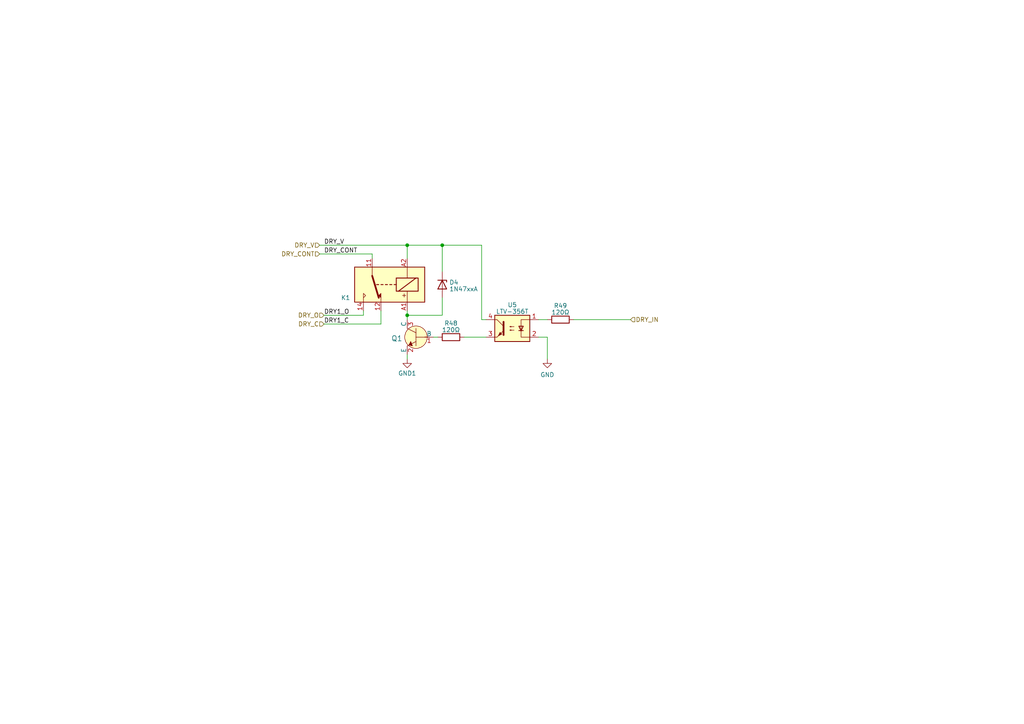
<source format=kicad_sch>
(kicad_sch (version 20250114) (generator "eeschema") (generator_version "9.0")
  (paper "A4")
  (lib_symbols
    (symbol "120Ω_2" (pin_numbers (hide yes)) (pin_names (offset 0))
      (property "Reference" "R" (at 3.81 1.27 0))
      (property "Value" "120Ω" (at 5.08 -1.27 0))
      (symbol "120Ω_2_0_1"
        (rectangle (start -1.016 -2.54) (end 1.016 2.54) (stroke (width 0.254)))
      )
      (symbol "120Ω_2_1_1"
        (pin passive line (at 0 3.81 270) (length 1.27) (name "~") (number "1"))
        (pin passive line (at 0 -3.81 90) (length 1.27) (name "~") (number "2"))
      )
    )
    (symbol "Diodes:1N47xxA" (pin_numbers (hide yes)) (pin_names (offset 1.016) (hide yes))
      (property "Reference" "D" (at 0 2.54 0))
      (property "Value" "1N47xxA" (at 0 -2.54 0))
      (symbol "1N47xxA_0_1"
        (polyline (pts (xy -1.27 -1.27) (xy -1.27 1.27) (xy -0.762 1.27)) (stroke (width 0.254)))
        (polyline (pts (xy 1.27 0) (xy -1.27 0)))
        (polyline (pts (xy 1.27 -1.27) (xy 1.27 1.27) (xy -1.27 0) (xy 1.27 -1.27)) (stroke (width 0.254)))
      )
      (symbol "1N47xxA_1_1"
        (pin passive line (at -3.81 0 0) (length 2.54) (name "K") (number "1"))
        (pin passive line (at 3.81 0 180) (length 2.54) (name "A") (number "2"))
      )
    )
    (symbol "Electromechanical:RZH3-1C4-D012"
      (property "Reference" "K" (at 11.176 6.858 0))
      (symbol "RZH3-1C4-D012_0_0"
        (polyline (pts (xy 7.62 5.08) (xy 7.62 2.54) (xy 6.985 3.175) (xy 7.62 3.81)))
        (text "+" (at -4.191 3.048 0) (effects (font (size 1.27 1.27))))
      )
      (symbol "RZH3-1C4-D012_0_1"
        (rectangle (start -10.16 5.08) (end 10.16 -5.08) (stroke (width 0.254)) (fill (type background)))
        (rectangle (start -8.255 1.905) (end -1.905 -1.905) (stroke (width 0.254)))
        (polyline (pts (xy -7.62 -1.905) (xy -2.54 1.905)) (stroke (width 0.254)))
        (polyline (pts (xy -5.08 5.08) (xy -5.08 1.905)))
        (polyline (pts (xy -5.08 -5.08) (xy -5.08 -1.905)))
        (polyline (pts (xy -1.905 0) (xy -1.27 0)) (stroke (width 0.254)))
        (polyline (pts (xy -0.635 0) (xy 0 0)) (stroke (width 0.254)))
        (polyline (pts (xy 0.635 0) (xy 1.27 0)) (stroke (width 0.254)))
        (polyline (pts (xy 1.905 0) (xy 2.54 0)) (stroke (width 0.254)))
        (polyline (pts (xy 2.54 5.08) (xy 2.54 2.54) (xy 3.175 3.175) (xy 2.54 3.81)) (fill (type outline)))
        (polyline (pts (xy 3.175 0) (xy 3.81 0)) (stroke (width 0.254)))
        (polyline (pts (xy 5.08 -2.54) (xy 3.175 3.81)) (stroke (width 0.508)))
        (polyline (pts (xy 5.08 -2.54) (xy 5.08 -5.08)))
      )
      (symbol "RZH3-1C4-D012_1_1"
        (pin passive line (at -5.08 7.62 270) (length 2.54) (name "~") (number "A1"))
        (pin passive line (at -5.08 -7.62 90) (length 2.54) (name "~") (number "A2"))
        (pin passive line (at 2.54 7.62 270) (length 2.54) (name "~") (number "12"))
        (pin passive line (at 5.08 -7.62 90) (length 2.54) (name "~") (number "11"))
        (pin passive line (at 7.62 7.62 270) (length 2.54) (name "~") (number "14"))
      )
    )
    (symbol "Isolator:LTV-356T" (pin_names (offset 1.016))
      (property "Reference" "U" (at -5.334 4.826 0))
      (property "Value" "LTV-356T" (at 0 5.08 0))
      (symbol "LTV-356T_0_1"
        (rectangle (start -5.08 3.81) (end 5.08 -3.81) (stroke (width 0.254)) (fill (type background)))
        (polyline (pts (xy -5.08 2.54) (xy -2.54 2.54) (xy -2.54 -0.762)))
        (polyline (pts (xy -3.175 -0.635) (xy -1.905 -0.635)) (stroke (width 0.254)))
        (polyline (pts (xy -2.54 -0.635) (xy -2.54 -2.54) (xy -5.08 -2.54)))
        (polyline (pts (xy -2.54 -0.635) (xy -3.175 0.635) (xy -1.905 0.635) (xy -2.54 -0.635)) (stroke (width 0.254)))
        (polyline (pts (xy -0.508 0.508) (xy 0.762 0.508) (xy 0.381 0.381) (xy 0.381 0.635) (xy 0.762 0.508)))
        (polyline (pts (xy -0.508 -0.508) (xy 0.762 -0.508) (xy 0.381 -0.635) (xy 0.381 -0.381) (xy 0.762 -0.508)))
        (polyline (pts (xy 2.54 1.905) (xy 2.54 -1.905) (xy 2.54 -1.905)) (stroke (width 0.508)))
        (polyline (pts (xy 2.54 0.635) (xy 4.445 2.54)))
        (polyline (pts (xy 3.048 -1.651) (xy 3.556 -1.143) (xy 4.064 -2.159) (xy 3.048 -1.651) (xy 3.048 -1.651)) (fill (type outline)))
        (polyline (pts (xy 4.445 2.54) (xy 5.08 2.54)))
        (polyline (pts (xy 4.445 -2.54) (xy 2.54 -0.635)) (fill (type outline)))
        (polyline (pts (xy 4.445 -2.54) (xy 5.08 -2.54)))
      )
      (symbol "LTV-356T_1_1"
        (pin passive line (at -7.62 2.54 0) (length 2.54) (name "~") (number "1"))
        (pin passive line (at -7.62 -2.54 0) (length 2.54) (name "~") (number "2"))
        (pin passive line (at 7.62 2.54 180) (length 2.54) (name "~") (number "4"))
        (pin passive line (at 7.62 -2.54 180) (length 2.54) (name "~") (number "3"))
      )
    )
    (symbol "Transistors_BJT:MMSS8050-H-TP" (pin_names (offset 0))
      (property "Reference" "Q" (at -3.2004 4.2164 0))
      (property "Value" "MMSS8050-H-TP" (at 5.2324 0 90))
      (symbol "MMSS8050-H-TP_0_1"
        (polyline (pts (xy -3.81 0) (xy -2.54 0)))
        (polyline (pts (xy -3.556 0) (xy 0 0)))
        (polyline (pts (xy 0 2.54) (xy 0 -2.54)))
        (polyline (pts (xy 0 1.27) (xy 2.54 2.54)))
        (circle (center 0 0) (radius 3.2512) (fill (type background)))
        (polyline (pts (xy 0 -1.27) (xy 2.54 -2.54)))
        (polyline (pts (xy 1.524 -1.27) (xy 2.032 -2.286) (xy 1.016 -2.54) (xy 1.524 -1.27)) (fill (type outline)))
      )
      (symbol "MMSS8050-H-TP_1_1"
        (pin input line (at -5.08 0 0) (length 2.54) (name "B") (number "1"))
        (pin passive line (at 2.54 5.08 270) (length 2.54) (name "C") (number "3"))
        (pin passive line (at 2.54 -5.08 90) (length 2.54) (name "E") (number "2"))
      )
    )
    (symbol "power:GND" (power) (pin_names (offset 0))
      (property "Value" "GND" (at 0 -3.81 0))
      (symbol "GND_0_1"
        (polyline (pts (xy 0 0) (xy 0 -1.27) (xy 1.27 -1.27) (xy 0 -2.54) (xy -1.27 -1.27) (xy 0 -1.27)))
      )
      (symbol "GND_1_1"
        (pin power_in line (at 0 0 270) (length 0) (hide yes) (name "GND") (number "1"))
      )
    )
    (symbol "power:GND1" (power) (pin_names (offset 0))
      (property "Value" "GND1" (at 0 -3.81 0))
      (symbol "GND1_0_1"
        (polyline (pts (xy 0 0) (xy 0 -1.27) (xy 1.27 -1.27) (xy 0 -2.54) (xy -1.27 -1.27) (xy 0 -1.27)))
      )
      (symbol "GND1_1_1"
        (pin power_in line (at 0 0 270) (length 0) (hide yes) (name "GND1") (number "1"))
      )
    )
  )
  (junction (at 118.11 71.12))
  (junction (at 118.11 91.44))
  (junction (at 128.27 71.12))
  (wire (pts (xy 93.98 91.44) (xy 105.41 91.44)))
  (wire (pts (xy 118.11 91.44) (xy 118.11 92.71)))
  (wire (pts (xy 128.27 91.44) (xy 128.27 86.36)))
  (wire (pts (xy 128.27 71.12) (xy 128.27 78.74)))
  (wire (pts (xy 139.7 92.71) (xy 139.7 71.12)))
  (wire (pts (xy 118.11 71.12) (xy 118.11 74.93)))
  (wire (pts (xy 105.41 91.44) (xy 105.41 90.17)))
  (wire (pts (xy 118.11 71.12) (xy 128.27 71.12)))
  (wire (pts (xy 92.71 73.66) (xy 107.95 73.66)))
  (wire (pts (xy 166.37 92.71) (xy 182.88 92.71)))
  (wire (pts (xy 118.11 102.87) (xy 118.11 104.14)))
  (wire (pts (xy 92.71 71.12) (xy 118.11 71.12)))
  (wire (pts (xy 118.11 90.17) (xy 118.11 91.44)))
  (wire (pts (xy 93.98 93.98) (xy 110.49 93.98)))
  (wire (pts (xy 134.62 97.79) (xy 140.97 97.79)))
  (wire (pts (xy 156.21 92.71) (xy 158.75 92.71)))
  (wire (pts (xy 125.73 97.79) (xy 127 97.79)))
  (wire (pts (xy 110.49 90.17) (xy 110.49 93.98)))
  (wire (pts (xy 156.21 97.79) (xy 158.75 97.79)))
  (wire (pts (xy 139.7 92.71) (xy 140.97 92.71)))
  (wire (pts (xy 128.27 71.12) (xy 139.7 71.12)))
  (wire (pts (xy 158.75 97.79) (xy 158.75 104.14)))
  (wire (pts (xy 118.11 91.44) (xy 128.27 91.44)))
  (wire (pts (xy 107.95 74.93) (xy 107.95 73.66)))
  (label "DRY_CONT" (at 93.98 73.66 0))
  (label "DRY_V" (at 93.98 71.12 0))
  (label "DRY1_C" (at 93.98 93.98 0))
  (label "DRY1_O" (at 93.98 91.44 0))
  (hierarchical_label "DRY_V" (shape input) (at 92.71 71.12 180))
  (hierarchical_label "DRY_O" (shape input) (at 93.98 91.44 180))
  (hierarchical_label "DRY_IN" (shape input) (at 182.88 92.71 0))
  (hierarchical_label "DRY_CONT" (shape input) (at 92.71 73.66 180))
  (hierarchical_label "DRY_C" (shape input) (at 93.98 93.98 180))
  (symbol (lib_name "120Ω_2") (lib_id "Resistor_0603:120Ω") (at 162.56 92.71 90) (unit 1)
    (property "Reference" "R49" (at 162.56 88.6841 90))
    (property "Value" "120Ω" (at 162.56 90.6051 90))
    (property "Footprint" "Resistor_SMD:R_0603_1608Metric" (effects (hide yes)))
    (property "Datasheet" "https://www.mouser.be/datasheet/2/54/crxxxxx-1858361.pdf" (effects (hide yes)))
    (property "Description" "Thick Film Resistors - SMD 1/10Watt 470ohms 5% Commercial Use" (effects (hide yes)))
    (property "Manufacturer" "Bourns" (effects (hide yes)))
    (property "MPN" "CR0603-FX-1200ELF" (effects (hide yes)))
    (property "Supplier" "Mouser" (effects (hide yes)))
    (property "Supplier Nr." "652-CR0603FX-1200ELF" (effects (hide yes)))
    (property "Power" "100mW" (effects (hide yes)))
    (property "Tolerance" "5%" (effects (hide yes)))
    (property "Price" "0.025" (effects (hide yes)))
    (instances (project "WattWell-Controller" (path "" (reference "R49") (unit 1)) (path "" (reference "R51") (unit 1)) (path "" (reference "R53") (unit 1)) (path "" (reference "R55") (unit 1))))
  )
  (symbol (lib_id "Diodes:1N47xxA") (at 128.27 82.55 270) (unit 1)
    (property "Reference" "D4" (at 130.302 81.9063 90) (effects (justify left)))
    (property "Value" "1N47xxA" (at 130.302 83.8273 90) (effects (justify left)))
    (property "Footprint" "Diode_THT:D_DO-41_SOD81_P10.16mm_Horizontal" (effects (hide yes)))
    (property "Datasheet" "https://www.vishay.com/docs/85816/1n4728a.pdf" (effects (hide yes)))
    (instances (project "WattWell-Controller" (path "" (reference "D4") (unit 1)) (path "" (reference "D6") (unit 1)) (path "" (reference "D7") (unit 1)) (path "" (reference "D8") (unit 1))))
  )
  (symbol (lib_id "Isolator:LTV-356T") (at 148.59 95.25 0) (mirror y) (unit 1)
    (property "Reference" "U5" (at 148.59 88.4301 0))
    (property "Value" "LTV-356T" (at 148.59 90.3511 0))
    (property "Footprint" "Package_SO:SO-4_4.4x3.6mm_P2.54mm" (effects (hide yes)))
    (property "Datasheet" "http://optoelectronics.liteon.com/upload/download/DS70-2001-010/S_110_LTV-356T%2020140520.pdf" (effects (hide yes)))
    (instances (project "WattWell-Controller" (path "" (reference "U5") (unit 1)) (path "" (reference "U6") (unit 1)) (path "" (reference "U7") (unit 1)) (path "" (reference "U8") (unit 1))))
  )
  (symbol (lib_id "Electromechanical:RZH3-1C4-D012") (at 113.03 82.55 180) (unit 1)
    (property "Reference" "K1" (at 101.6 86.36 0) (effects (justify left)))
    (property "Value" "RZH3-1C4-D012" (effects (hide yes)))
    (property "Footprint" "Electromechanical:Relay_TE_RZH3-1C04-D012" (effects (hide yes)))
    (property "Datasheet" "https://www.mouser.be/datasheet/2/418/ENG_DS_RZH_1014-1658687.pdf" (effects (hide yes)))
    (property "Description" "General Purpose Relays RZH3-1C4-D012" (effects (hide yes)))
    (property "Manufacturer" "TE Connectivity" (effects (hide yes)))
    (property "Manufacturer Part Number" "2-1415899-5" (effects (hide yes)))
    (property "Supplier" "Mouser" (effects (hide yes)))
    (property "Supplier Part Number" "571-2-1415899-5" (effects (hide yes)))
    (instances (project "WattWell-Controller" (path "" (reference "K1") (unit 1)) (path "" (reference "K2") (unit 1)) (path "" (reference "K3") (unit 1)) (path "" (reference "K4") (unit 1))))
  )
  (symbol (lib_id "Transistors_BJT:MMSS8050-H-TP") (at 120.65 97.79 0) (mirror y) (unit 1)
    (property "Reference" "Q1" (at 116.7638 98.1701 0) (effects (font (size 1.524 1.524)) (justify left)))
    (property "Value" "MMSS8050-H-TP" (effects (hide yes)))
    (property "Footprint" "Transistors:SOT-23" (effects (hide yes)))
    (property "Datasheet" "https://www.mccsemi.com/pdf/Products/MMSS8050(SOT-23).pdf" (effects (hide yes)))
    (property "Description" "TRANS NPN 25V 1.5A SOT23" (effects (hide yes)))
    (property "MPN" "MMSS8050-H-TP" (effects (hide yes)))
    (property "Category" "Discrete Semiconductor Products" (effects (hide yes)))
    (property "Family" "Transistors - Bipolar (BJT) - Single" (effects (hide yes)))
    (property "DK_Datasheet_Link" "https://www.mccsemi.com/pdf/Products/MMSS8050(SOT-23).pdf" (effects (hide yes)))
    (property "Manufacturer" "Micro Commercial Co" (effects (hide yes)))
    (property "Status" "Active" (effects (hide yes)))
    (property "Supplier" "Mouser" (effects (hide yes)))
    (property "Supplier Part Number" "833-MMSS8050-H-TP" (effects (hide yes)))
    (instances (project "WattWell-Controller" (path "" (reference "Q1") (unit 1)) (path "" (reference "Q2") (unit 1)) (path "" (reference "Q3") (unit 1)) (path "" (reference "Q4") (unit 1))))
  )
  (symbol (lib_name "120Ω_2") (lib_id "Resistor_0603:120Ω") (at 130.81 97.79 90) (unit 1)
    (property "Reference" "R48" (at 130.81 93.7641 90))
    (property "Value" "120Ω" (at 130.81 95.6851 90))
    (property "Footprint" "Resistor_SMD:R_0603_1608Metric" (effects (hide yes)))
    (property "Datasheet" "https://www.mouser.be/datasheet/2/54/crxxxxx-1858361.pdf" (effects (hide yes)))
    (property "Description" "Thick Film Resistors - SMD 1/10Watt 470ohms 5% Commercial Use" (effects (hide yes)))
    (property "Manufacturer" "Bourns" (effects (hide yes)))
    (property "MPN" "CR0603-FX-1200ELF" (effects (hide yes)))
    (property "Supplier" "Mouser" (effects (hide yes)))
    (property "Supplier Nr." "652-CR0603FX-1200ELF" (effects (hide yes)))
    (property "Power" "100mW" (effects (hide yes)))
    (property "Tolerance" "5%" (effects (hide yes)))
    (property "Price" "0.025" (effects (hide yes)))
    (instances (project "WattWell-Controller" (path "" (reference "R48") (unit 1)) (path "" (reference "R50") (unit 1)) (path "" (reference "R52") (unit 1)) (path "" (reference "R54") (unit 1))))
  )
  (symbol (lib_id "power:GND") (at 158.75 104.14 0) (unit 1)
    (property "Reference" "#PWR037" (effects (hide yes)))
    (property "Value" "GND" (at 158.75 108.7025 0))
    (instances (project "WattWell-Controller" (path "" (reference "#PWR037") (unit 1)) (path "" (reference "#PWR039") (unit 1)) (path "" (reference "#PWR041") (unit 1)) (path "" (reference "#PWR043") (unit 1))))
  )
  (symbol (lib_id "power:GND1") (at 118.11 104.14 0) (unit 1)
    (property "Reference" "#PWR028" (effects (hide yes)))
    (property "Value" "GND1" (at 118.11 108.2755 0))
    (instances (project "WattWell-Controller" (path "" (reference "#PWR028") (unit 1)) (path "" (reference "#PWR038") (unit 1)) (path "" (reference "#PWR040") (unit 1)) (path "" (reference "#PWR042") (unit 1))))
  )
)
</source>
